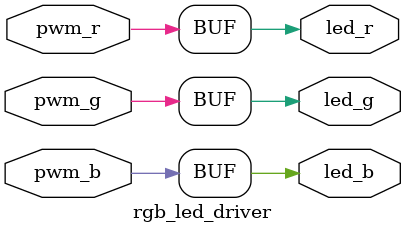
<source format=v>
`timescale 1ns/1ps
module rgb_led_driver #(parameter ACTIVE_LOW=0)(
    input wire pwm_r, pwm_g, pwm_b,
    output wire led_r, led_g, led_b
);
    generate
        if (ACTIVE_LOW) begin
            assign led_r = ~pwm_r;
            assign led_g = ~pwm_g;
            assign led_b = ~pwm_b;
        end else begin
            assign led_r = pwm_r;
            assign led_g = pwm_g;
            assign led_b = pwm_b;
        end
    endgenerate
endmodule
</source>
